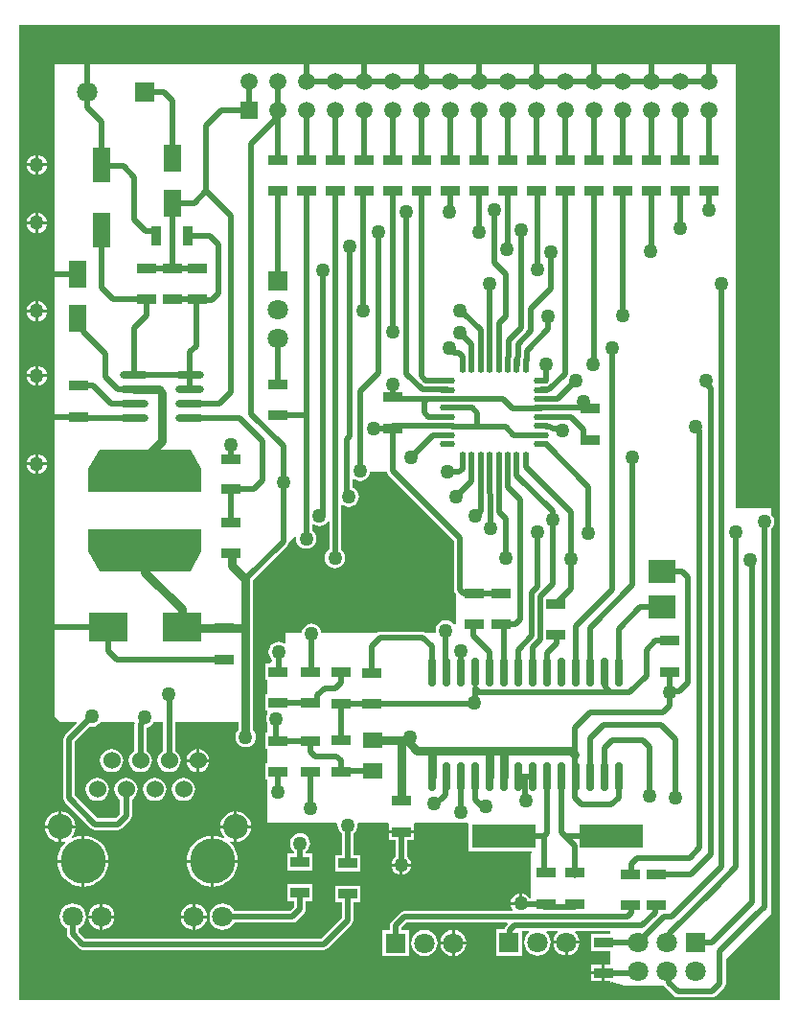
<source format=gtl>
G04*
G04 #@! TF.GenerationSoftware,Altium Limited,Altium Designer,19.0.9 (268)*
G04*
G04 Layer_Physical_Order=1*
G04 Layer_Color=255*
%FSLAX25Y25*%
%MOIN*%
G70*
G01*
G75*
%ADD32R,0.06693X0.03740*%
%ADD33O,0.02756X0.10236*%
%ADD34O,0.09843X0.02756*%
%ADD35O,0.05315X0.02165*%
%ADD36O,0.02165X0.05315*%
%ADD37R,0.06102X0.09252*%
%ADD38R,0.06299X0.12402*%
%ADD39R,0.03740X0.06693*%
%ADD40R,0.05906X0.05906*%
%ADD41R,0.13780X0.09843*%
%ADD42R,0.22047X0.08268*%
%ADD43R,0.09252X0.08465*%
%ADD44R,0.07165X0.05472*%
%ADD45C,0.01968*%
%ADD46C,0.03150*%
%ADD47C,0.07087*%
%ADD48R,0.07087X0.07087*%
%ADD49C,0.05906*%
%ADD50R,0.05906X0.05906*%
%ADD51R,0.07087X0.07087*%
%ADD52C,0.15748*%
%ADD53C,0.08661*%
%ADD54C,0.06000*%
%ADD55C,0.05000*%
G36*
X266142Y-15354D02*
Y-340551D01*
X207087D01*
X1417Y-340551D01*
X1417Y-244058D01*
D01*
Y-15315D01*
Y-13327D01*
Y-1575D01*
X266142D01*
Y-15354D01*
D02*
G37*
%LPC*%
G36*
X8098Y-46890D02*
Y-49854D01*
X11063D01*
X11008Y-49441D01*
X10656Y-48589D01*
X10095Y-47858D01*
X9364Y-47297D01*
X8512Y-46944D01*
X8098Y-46890D01*
D02*
G37*
G36*
X7098D02*
X6685Y-46944D01*
X5833Y-47297D01*
X5102Y-47858D01*
X4541Y-48589D01*
X4188Y-49441D01*
X4134Y-49854D01*
X7098D01*
Y-46890D01*
D02*
G37*
G36*
X11063Y-50854D02*
X8098D01*
Y-53819D01*
X8512Y-53764D01*
X9364Y-53412D01*
X10095Y-52851D01*
X10656Y-52119D01*
X11008Y-51268D01*
X11063Y-50854D01*
D02*
G37*
G36*
X7098D02*
X4134D01*
X4188Y-51268D01*
X4541Y-52119D01*
X5102Y-52851D01*
X5833Y-53412D01*
X6685Y-53764D01*
X7098Y-53819D01*
Y-50854D01*
D02*
G37*
G36*
X8098Y-67008D02*
Y-69972D01*
X11063D01*
X11008Y-69559D01*
X10656Y-68707D01*
X10095Y-67976D01*
X9364Y-67415D01*
X8512Y-67062D01*
X8098Y-67008D01*
D02*
G37*
G36*
X7098D02*
X6685Y-67062D01*
X5833Y-67415D01*
X5102Y-67976D01*
X4541Y-68707D01*
X4188Y-69559D01*
X4134Y-69972D01*
X7098D01*
Y-67008D01*
D02*
G37*
G36*
X11063Y-70972D02*
X8098D01*
Y-73937D01*
X8512Y-73882D01*
X9364Y-73530D01*
X10095Y-72969D01*
X10656Y-72237D01*
X11008Y-71386D01*
X11063Y-70972D01*
D02*
G37*
G36*
X7098D02*
X4134D01*
X4188Y-71386D01*
X4541Y-72237D01*
X5102Y-72969D01*
X5833Y-73530D01*
X6685Y-73882D01*
X7098Y-73937D01*
Y-70972D01*
D02*
G37*
G36*
X8098Y-97717D02*
Y-100681D01*
X11063D01*
X11008Y-100267D01*
X10656Y-99416D01*
X10095Y-98685D01*
X9364Y-98124D01*
X8512Y-97771D01*
X8098Y-97717D01*
D02*
G37*
G36*
X7098D02*
X6685Y-97771D01*
X5833Y-98124D01*
X5102Y-98685D01*
X4541Y-99416D01*
X4188Y-100267D01*
X4134Y-100681D01*
X7098D01*
Y-97717D01*
D02*
G37*
G36*
X11063Y-101681D02*
X8098D01*
Y-104645D01*
X8512Y-104591D01*
X9364Y-104238D01*
X10095Y-103677D01*
X10656Y-102946D01*
X11008Y-102095D01*
X11063Y-101681D01*
D02*
G37*
G36*
X7098D02*
X4134D01*
X4188Y-102095D01*
X4541Y-102946D01*
X5102Y-103677D01*
X5833Y-104238D01*
X6685Y-104591D01*
X7098Y-104645D01*
Y-101681D01*
D02*
G37*
G36*
X8098Y-120158D02*
Y-123122D01*
X11063D01*
X11008Y-122708D01*
X10656Y-121857D01*
X10095Y-121126D01*
X9364Y-120565D01*
X8512Y-120212D01*
X8098Y-120158D01*
D02*
G37*
G36*
X7098D02*
X6685Y-120212D01*
X5833Y-120565D01*
X5102Y-121126D01*
X4541Y-121857D01*
X4188Y-122708D01*
X4134Y-123122D01*
X7098D01*
Y-120158D01*
D02*
G37*
G36*
X11063Y-124122D02*
X8098D01*
Y-127086D01*
X8512Y-127032D01*
X9364Y-126679D01*
X10095Y-126118D01*
X10656Y-125387D01*
X11008Y-124536D01*
X11063Y-124122D01*
D02*
G37*
G36*
X7098D02*
X4134D01*
X4188Y-124536D01*
X4541Y-125387D01*
X5102Y-126118D01*
X5833Y-126679D01*
X6685Y-127032D01*
X7098Y-127086D01*
Y-124122D01*
D02*
G37*
G36*
X8098Y-150866D02*
Y-153831D01*
X11063D01*
X11008Y-153417D01*
X10656Y-152566D01*
X10095Y-151835D01*
X9364Y-151274D01*
X8512Y-150921D01*
X8098Y-150866D01*
D02*
G37*
G36*
X7098D02*
X6685Y-150921D01*
X5833Y-151274D01*
X5102Y-151835D01*
X4541Y-152566D01*
X4188Y-153417D01*
X4134Y-153831D01*
X7098D01*
Y-150866D01*
D02*
G37*
G36*
X11063Y-154831D02*
X8098D01*
Y-157795D01*
X8512Y-157741D01*
X9364Y-157388D01*
X10095Y-156827D01*
X10656Y-156096D01*
X11008Y-155245D01*
X11063Y-154831D01*
D02*
G37*
G36*
X7098D02*
X4134D01*
X4188Y-155245D01*
X4541Y-156096D01*
X5102Y-156827D01*
X5833Y-157388D01*
X6685Y-157741D01*
X7098Y-157795D01*
Y-154831D01*
D02*
G37*
G36*
X250787Y-15354D02*
X13780D01*
X13780Y-21654D01*
Y-242126D01*
X15680Y-244026D01*
X15680D01*
X15680D01*
X21357D01*
X21548Y-244488D01*
X17467Y-248569D01*
X17029Y-249226D01*
X16874Y-250000D01*
Y-270472D01*
X17029Y-271247D01*
X17467Y-271903D01*
X26522Y-280958D01*
X27179Y-281397D01*
X27953Y-281551D01*
X35827D01*
X36601Y-281397D01*
X37257Y-280958D01*
X40072Y-278143D01*
X40511Y-277487D01*
X40665Y-276712D01*
Y-270931D01*
X41495Y-270294D01*
X42136Y-269458D01*
X42539Y-268485D01*
X42676Y-267441D01*
X42539Y-266397D01*
X42136Y-265424D01*
X41495Y-264588D01*
X40659Y-263947D01*
X39686Y-263544D01*
X38642Y-263406D01*
X37598Y-263544D01*
X36625Y-263947D01*
X35789Y-264588D01*
X35148Y-265424D01*
X34745Y-266397D01*
X34607Y-267441D01*
X34745Y-268485D01*
X35148Y-269458D01*
X35789Y-270294D01*
X36619Y-270931D01*
Y-275874D01*
X34989Y-277504D01*
X28791D01*
X20921Y-269634D01*
Y-250838D01*
X26180Y-245578D01*
X26772Y-245656D01*
X27685Y-245536D01*
X28537Y-245183D01*
X29268Y-244622D01*
X29725Y-244026D01*
X41358D01*
X41675Y-244413D01*
X41619Y-244698D01*
Y-253952D01*
X40789Y-254588D01*
X40148Y-255424D01*
X39745Y-256397D01*
X39607Y-257441D01*
X39745Y-258485D01*
X40148Y-259458D01*
X40789Y-260294D01*
X41625Y-260935D01*
X42598Y-261338D01*
X43642Y-261475D01*
X44686Y-261338D01*
X45659Y-260935D01*
X46495Y-260294D01*
X47136Y-259458D01*
X47539Y-258485D01*
X47676Y-257441D01*
X47539Y-256397D01*
X47136Y-255424D01*
X46495Y-254588D01*
X45665Y-253952D01*
Y-245962D01*
X45914Y-245930D01*
X46765Y-245577D01*
X47496Y-245016D01*
X48057Y-244285D01*
X48164Y-244026D01*
X51619D01*
Y-253952D01*
X50789Y-254588D01*
X50148Y-255424D01*
X49745Y-256397D01*
X49607Y-257441D01*
X49745Y-258485D01*
X50148Y-259458D01*
X50789Y-260294D01*
X51625Y-260935D01*
X52598Y-261338D01*
X53642Y-261475D01*
X54686Y-261338D01*
X55659Y-260935D01*
X56495Y-260294D01*
X57136Y-259458D01*
X57539Y-258485D01*
X57676Y-257441D01*
X57539Y-256397D01*
X57136Y-255424D01*
X56495Y-254588D01*
X55665Y-253952D01*
Y-244026D01*
X77659D01*
Y-246848D01*
X77199Y-247447D01*
X76846Y-248299D01*
X76726Y-249213D01*
X76846Y-250126D01*
X77199Y-250978D01*
X77760Y-251709D01*
X78491Y-252270D01*
X79342Y-252623D01*
X80256Y-252743D01*
X81170Y-252623D01*
X82021Y-252270D01*
X82752Y-251709D01*
X83313Y-250978D01*
X83666Y-250126D01*
X83786Y-249213D01*
X83666Y-248299D01*
X83313Y-247447D01*
X82853Y-246848D01*
Y-211417D01*
Y-194693D01*
X94738Y-182808D01*
X95176Y-182152D01*
X95314Y-181457D01*
X97387Y-179385D01*
X97861Y-179618D01*
X97769Y-180315D01*
X97889Y-181229D01*
X98242Y-182080D01*
X98803Y-182811D01*
X99534Y-183372D01*
X100385Y-183725D01*
X101299Y-183845D01*
X102213Y-183725D01*
X103064Y-183372D01*
X103795Y-182811D01*
X104356Y-182080D01*
X104709Y-181229D01*
X104829Y-180315D01*
X104709Y-179401D01*
X104356Y-178550D01*
X103795Y-177819D01*
X103322Y-177456D01*
Y-175501D01*
X103822Y-175254D01*
X104140Y-175498D01*
X104992Y-175851D01*
X105906Y-175971D01*
X106819Y-175851D01*
X107671Y-175498D01*
X108402Y-174937D01*
X108963Y-174206D01*
X109048Y-174001D01*
X109548Y-174101D01*
Y-183945D01*
X109534Y-183951D01*
X108803Y-184512D01*
X108242Y-185243D01*
X107889Y-186094D01*
X107769Y-187008D01*
X107889Y-187922D01*
X108242Y-188773D01*
X108803Y-189504D01*
X109534Y-190065D01*
X110386Y-190418D01*
X111299Y-190538D01*
X112213Y-190418D01*
X113064Y-190065D01*
X113795Y-189504D01*
X114356Y-188773D01*
X114709Y-187922D01*
X114829Y-187008D01*
X114709Y-186094D01*
X114356Y-185243D01*
X113795Y-184512D01*
X113594Y-184357D01*
Y-168835D01*
X114094Y-168588D01*
X114377Y-168805D01*
X115228Y-169158D01*
X116142Y-169278D01*
X117055Y-169158D01*
X117907Y-168805D01*
X118638Y-168244D01*
X119199Y-167513D01*
X119552Y-166662D01*
X119672Y-165748D01*
X119552Y-164834D01*
X119199Y-163983D01*
X118638Y-163252D01*
X117907Y-162691D01*
X117618Y-162571D01*
Y-159781D01*
X118066Y-159560D01*
X118314Y-159750D01*
X119165Y-160103D01*
X120079Y-160223D01*
X120992Y-160103D01*
X121844Y-159750D01*
X122575Y-159189D01*
X123136Y-158458D01*
X123489Y-157607D01*
X123557Y-157087D01*
X129354D01*
X129430Y-157467D01*
X129869Y-158123D01*
X152701Y-180956D01*
Y-198031D01*
X152855Y-198806D01*
X153294Y-199462D01*
X153353Y-199521D01*
Y-210000D01*
X152885Y-210309D01*
X152788Y-210285D01*
X152346Y-209708D01*
X151614Y-209148D01*
X150763Y-208795D01*
X149849Y-208675D01*
X148936Y-208795D01*
X148084Y-209148D01*
X147353Y-209708D01*
X146792Y-210440D01*
X146439Y-211291D01*
X146319Y-212205D01*
X146373Y-212616D01*
X146044Y-212992D01*
X142947D01*
X142507Y-212698D01*
X141732Y-212544D01*
X127165D01*
X126391Y-212698D01*
X125951Y-212992D01*
X106628D01*
X106560Y-212472D01*
X106207Y-211621D01*
X105646Y-210890D01*
X104915Y-210329D01*
X104063Y-209976D01*
X103150Y-209856D01*
X102236Y-209976D01*
X101384Y-210329D01*
X100653Y-210890D01*
X100092Y-211621D01*
X99740Y-212472D01*
X99671Y-212992D01*
X94095D01*
Y-216521D01*
X93646Y-216742D01*
X93497Y-216628D01*
X92646Y-216275D01*
X91732Y-216155D01*
X90819Y-216275D01*
X89967Y-216628D01*
X89236Y-217189D01*
X88675Y-217920D01*
X88322Y-218771D01*
X88202Y-219685D01*
X88322Y-220599D01*
X88675Y-221450D01*
X89236Y-222181D01*
X89381Y-222292D01*
X89413Y-222791D01*
X88500Y-223705D01*
X86992D01*
Y-229445D01*
X87795D01*
Y-234335D01*
X86992D01*
Y-240075D01*
X87795D01*
Y-241370D01*
X87535Y-241999D01*
X87414Y-242913D01*
X87535Y-243827D01*
X87795Y-244456D01*
Y-247721D01*
X86992D01*
Y-253461D01*
X87795D01*
Y-258350D01*
X86992D01*
Y-264090D01*
X87795D01*
Y-268301D01*
X87769Y-268504D01*
X87795Y-268707D01*
Y-279134D01*
X111942D01*
X112272Y-279510D01*
X112218Y-279921D01*
X112338Y-280835D01*
X112691Y-281686D01*
X113252Y-282417D01*
X113725Y-282781D01*
Y-290240D01*
X111401D01*
Y-295980D01*
X120095D01*
Y-290240D01*
X117771D01*
Y-282781D01*
X118244Y-282417D01*
X118805Y-281686D01*
X119158Y-280835D01*
X119278Y-279921D01*
X119224Y-279510D01*
X119554Y-279134D01*
X129718D01*
X130102Y-279413D01*
X130102Y-279634D01*
Y-281783D01*
X134449D01*
X138795D01*
Y-279634D01*
X138795Y-279413D01*
X139180Y-279134D01*
X157480D01*
X157874Y-279528D01*
Y-288976D01*
X158055D01*
Y-288992D01*
X179646D01*
X179837Y-289454D01*
X179528Y-289764D01*
Y-305170D01*
X179077Y-305308D01*
X179028Y-305303D01*
X178481Y-304590D01*
X177749Y-304029D01*
X176898Y-303677D01*
X176484Y-303622D01*
Y-307087D01*
X175984D01*
Y-307587D01*
X172520D01*
X172574Y-308000D01*
X172927Y-308852D01*
X173262Y-309288D01*
X173015Y-309788D01*
X135433D01*
X134659Y-309942D01*
X134002Y-310380D01*
X131049Y-313333D01*
X130611Y-313990D01*
X130457Y-314764D01*
Y-316323D01*
X127937D01*
Y-325410D01*
X137023D01*
Y-316323D01*
X134503D01*
Y-315602D01*
X136271Y-313834D01*
X171265D01*
X171457Y-314296D01*
X170857Y-314896D01*
X170857Y-314896D01*
X170857Y-314896D01*
X170661Y-315190D01*
X170418Y-315552D01*
X170418Y-315552D01*
X170418Y-315552D01*
X170344Y-315926D01*
X170304Y-316126D01*
X167307D01*
Y-325213D01*
X176393D01*
Y-316803D01*
X178648D01*
X178809Y-317276D01*
X178610Y-317429D01*
X177881Y-318378D01*
X177424Y-319484D01*
X177268Y-320670D01*
X177424Y-321856D01*
X177881Y-322961D01*
X178610Y-323910D01*
X179559Y-324638D01*
X180664Y-325096D01*
X181850Y-325252D01*
X183036Y-325096D01*
X184141Y-324638D01*
X185090Y-323910D01*
X185819Y-322961D01*
X186276Y-321856D01*
X186433Y-320670D01*
X186276Y-319484D01*
X185819Y-318378D01*
X185090Y-317429D01*
X184891Y-317276D01*
X185052Y-316803D01*
X188648D01*
X188809Y-317276D01*
X188610Y-317429D01*
X187882Y-318378D01*
X187424Y-319483D01*
X187334Y-320169D01*
X196367D01*
X196277Y-319483D01*
X195819Y-318378D01*
X195091Y-317429D01*
X194892Y-317276D01*
X195052Y-316803D01*
X207087D01*
Y-317799D01*
X200378D01*
Y-323539D01*
X207087D01*
Y-328429D01*
X205224D01*
Y-331299D01*
Y-334169D01*
X207087D01*
Y-334594D01*
X207491Y-334300D01*
X212205Y-335827D01*
X225962D01*
X226128Y-336076D01*
X226129Y-336076D01*
X229306Y-339254D01*
X229962Y-339692D01*
X230737Y-339846D01*
X242492D01*
X243266Y-339692D01*
X243922Y-339254D01*
X246706Y-336470D01*
X247136Y-335827D01*
X247244D01*
Y-335314D01*
X247299Y-335039D01*
Y-326323D01*
X262992Y-310630D01*
Y-177008D01*
X263126Y-176906D01*
X263687Y-176174D01*
X264040Y-175323D01*
X264160Y-174409D01*
X264040Y-173496D01*
X263687Y-172644D01*
X263126Y-171913D01*
X262992Y-171810D01*
Y-169685D01*
X250787D01*
Y-15354D01*
D02*
G37*
G36*
X64142Y-253472D02*
Y-256941D01*
X67611D01*
X67539Y-256397D01*
X67136Y-255424D01*
X66495Y-254588D01*
X65659Y-253947D01*
X64686Y-253544D01*
X64142Y-253472D01*
D02*
G37*
G36*
X63142D02*
X62598Y-253544D01*
X61624Y-253947D01*
X60789Y-254588D01*
X60148Y-255424D01*
X59745Y-256397D01*
X59673Y-256941D01*
X63142D01*
Y-253472D01*
D02*
G37*
G36*
X67611Y-257941D02*
X64142D01*
Y-261410D01*
X64686Y-261338D01*
X65659Y-260935D01*
X66495Y-260294D01*
X67136Y-259458D01*
X67539Y-258485D01*
X67611Y-257941D01*
D02*
G37*
G36*
X63142D02*
X59673D01*
X59745Y-258485D01*
X60148Y-259458D01*
X60789Y-260294D01*
X61624Y-260935D01*
X62598Y-261338D01*
X63142Y-261410D01*
Y-257941D01*
D02*
G37*
G36*
X33642Y-253407D02*
X32598Y-253544D01*
X31624Y-253947D01*
X30789Y-254588D01*
X30148Y-255424D01*
X29745Y-256397D01*
X29607Y-257441D01*
X29745Y-258485D01*
X30148Y-259458D01*
X30789Y-260294D01*
X31624Y-260935D01*
X32598Y-261338D01*
X33642Y-261475D01*
X34686Y-261338D01*
X35659Y-260935D01*
X36495Y-260294D01*
X37136Y-259458D01*
X37539Y-258485D01*
X37676Y-257441D01*
X37539Y-256397D01*
X37136Y-255424D01*
X36495Y-254588D01*
X35659Y-253947D01*
X34686Y-253544D01*
X33642Y-253407D01*
D02*
G37*
G36*
X58642Y-263406D02*
X57598Y-263544D01*
X56625Y-263947D01*
X55789Y-264588D01*
X55148Y-265424D01*
X54745Y-266397D01*
X54607Y-267441D01*
X54745Y-268485D01*
X55148Y-269458D01*
X55789Y-270294D01*
X56625Y-270935D01*
X57598Y-271338D01*
X58642Y-271476D01*
X59686Y-271338D01*
X60659Y-270935D01*
X61495Y-270294D01*
X62136Y-269458D01*
X62539Y-268485D01*
X62676Y-267441D01*
X62539Y-266397D01*
X62136Y-265424D01*
X61495Y-264588D01*
X60659Y-263947D01*
X59686Y-263544D01*
X58642Y-263406D01*
D02*
G37*
G36*
X48642D02*
X47598Y-263544D01*
X46624Y-263947D01*
X45789Y-264588D01*
X45148Y-265424D01*
X44745Y-266397D01*
X44607Y-267441D01*
X44745Y-268485D01*
X45148Y-269458D01*
X45789Y-270294D01*
X46624Y-270935D01*
X47598Y-271338D01*
X48642Y-271476D01*
X49686Y-271338D01*
X50659Y-270935D01*
X51495Y-270294D01*
X52136Y-269458D01*
X52539Y-268485D01*
X52676Y-267441D01*
X52539Y-266397D01*
X52136Y-265424D01*
X51495Y-264588D01*
X50659Y-263947D01*
X49686Y-263544D01*
X48642Y-263406D01*
D02*
G37*
G36*
X28642D02*
X27598Y-263544D01*
X26625Y-263947D01*
X25789Y-264588D01*
X25148Y-265424D01*
X24745Y-266397D01*
X24607Y-267441D01*
X24745Y-268485D01*
X25148Y-269458D01*
X25789Y-270294D01*
X26625Y-270935D01*
X27598Y-271338D01*
X28642Y-271476D01*
X29686Y-271338D01*
X30659Y-270935D01*
X31495Y-270294D01*
X32136Y-269458D01*
X32539Y-268485D01*
X32676Y-267441D01*
X32539Y-266397D01*
X32136Y-265424D01*
X31495Y-264588D01*
X30659Y-263947D01*
X29686Y-263544D01*
X28642Y-263406D01*
D02*
G37*
G36*
X16169Y-275122D02*
Y-279933D01*
X20980D01*
X20863Y-279042D01*
X20326Y-277745D01*
X19471Y-276631D01*
X18358Y-275777D01*
X17061Y-275240D01*
X16169Y-275122D01*
D02*
G37*
G36*
X77272D02*
Y-279933D01*
X82083D01*
X81965Y-279042D01*
X81428Y-277745D01*
X80574Y-276631D01*
X79460Y-275777D01*
X78163Y-275240D01*
X77272Y-275122D01*
D02*
G37*
G36*
X15169D02*
X14278Y-275240D01*
X12981Y-275777D01*
X11868Y-276631D01*
X11013Y-277745D01*
X10476Y-279042D01*
X10358Y-279933D01*
X15169D01*
Y-275122D01*
D02*
G37*
G36*
X76272D02*
X75380Y-275240D01*
X74083Y-275777D01*
X72970Y-276631D01*
X72115Y-277745D01*
X71578Y-279042D01*
X71461Y-279933D01*
X76272D01*
Y-275122D01*
D02*
G37*
G36*
Y-280933D02*
X71461D01*
X71578Y-281825D01*
X72115Y-283122D01*
X72813Y-284031D01*
X72482Y-284421D01*
X72074Y-284203D01*
X70401Y-283695D01*
X69162Y-283573D01*
Y-291941D01*
X77529D01*
X77407Y-290701D01*
X76900Y-289029D01*
X76076Y-287487D01*
X74967Y-286136D01*
X74625Y-285855D01*
X74884Y-285421D01*
X75380Y-285627D01*
X76272Y-285744D01*
Y-280933D01*
D02*
G37*
G36*
X82083D02*
X77272D01*
Y-285744D01*
X78163Y-285627D01*
X79460Y-285090D01*
X80574Y-284235D01*
X81428Y-283122D01*
X81965Y-281825D01*
X82083Y-280933D01*
D02*
G37*
G36*
X15169D02*
X10358D01*
X10476Y-281825D01*
X11013Y-283122D01*
X11868Y-284235D01*
X12981Y-285090D01*
X14278Y-285627D01*
X15169Y-285744D01*
Y-280933D01*
D02*
G37*
G36*
X24162Y-283573D02*
Y-291941D01*
X32529D01*
X32407Y-290701D01*
X31900Y-289029D01*
X31076Y-287487D01*
X29967Y-286136D01*
X28616Y-285027D01*
X27074Y-284203D01*
X25401Y-283695D01*
X24162Y-283573D01*
D02*
G37*
G36*
X68162D02*
X66922Y-283695D01*
X65249Y-284203D01*
X63708Y-285027D01*
X62356Y-286136D01*
X61247Y-287487D01*
X60423Y-289029D01*
X59916Y-290701D01*
X59794Y-291941D01*
X68162D01*
Y-283573D01*
D02*
G37*
G36*
X20980Y-280933D02*
X16169D01*
Y-285744D01*
X17061Y-285627D01*
X17318Y-285520D01*
X17578Y-285954D01*
X17356Y-286136D01*
X16247Y-287487D01*
X15423Y-289029D01*
X14916Y-290701D01*
X14794Y-291941D01*
X23162D01*
Y-283573D01*
X21922Y-283695D01*
X20249Y-284203D01*
X20041Y-284314D01*
X19710Y-283924D01*
X20326Y-283122D01*
X20863Y-281825D01*
X20980Y-280933D01*
D02*
G37*
G36*
X138795Y-282783D02*
X134449D01*
X130102D01*
Y-285154D01*
X132426D01*
Y-290842D01*
X131953Y-291205D01*
X131392Y-291936D01*
X131039Y-292787D01*
X130984Y-293201D01*
X137913D01*
X137859Y-292787D01*
X137506Y-291936D01*
X136945Y-291205D01*
X136472Y-290842D01*
Y-285154D01*
X138795D01*
Y-282783D01*
D02*
G37*
G36*
X99213Y-282690D02*
X98299Y-282811D01*
X97448Y-283163D01*
X96716Y-283724D01*
X96155Y-284455D01*
X95803Y-285307D01*
X95682Y-286221D01*
X95803Y-287134D01*
X96155Y-287986D01*
X96716Y-288717D01*
X97189Y-289080D01*
Y-289846D01*
X94866D01*
Y-295587D01*
X103559D01*
Y-289846D01*
X101236D01*
Y-289080D01*
X101709Y-288717D01*
X102270Y-287986D01*
X102622Y-287134D01*
X102743Y-286221D01*
X102622Y-285307D01*
X102270Y-284455D01*
X101709Y-283724D01*
X100978Y-283163D01*
X100126Y-282811D01*
X99213Y-282690D01*
D02*
G37*
G36*
X137913Y-294201D02*
X134949D01*
Y-297165D01*
X135363Y-297111D01*
X136214Y-296758D01*
X136945Y-296197D01*
X137506Y-295466D01*
X137859Y-294615D01*
X137913Y-294201D01*
D02*
G37*
G36*
X133949D02*
X130984D01*
X131039Y-294615D01*
X131392Y-295466D01*
X131953Y-296197D01*
X132684Y-296758D01*
X133535Y-297111D01*
X133949Y-297165D01*
Y-294201D01*
D02*
G37*
G36*
X77529Y-292941D02*
X69162D01*
Y-301309D01*
X70401Y-301187D01*
X72074Y-300679D01*
X73616Y-299855D01*
X74967Y-298746D01*
X76076Y-297395D01*
X76900Y-295853D01*
X77407Y-294181D01*
X77529Y-292941D01*
D02*
G37*
G36*
X32529D02*
X24162D01*
Y-301309D01*
X25401Y-301187D01*
X27074Y-300679D01*
X28616Y-299855D01*
X29967Y-298746D01*
X31076Y-297395D01*
X31900Y-295853D01*
X32407Y-294181D01*
X32529Y-292941D01*
D02*
G37*
G36*
X68162D02*
X59794D01*
X59916Y-294181D01*
X60423Y-295853D01*
X61247Y-297395D01*
X62356Y-298746D01*
X63708Y-299855D01*
X65249Y-300679D01*
X66922Y-301187D01*
X68162Y-301309D01*
Y-292941D01*
D02*
G37*
G36*
X23162D02*
X14794D01*
X14916Y-294181D01*
X15423Y-295853D01*
X16247Y-297395D01*
X17356Y-298746D01*
X18708Y-299855D01*
X20249Y-300679D01*
X21922Y-301187D01*
X23162Y-301309D01*
Y-292941D01*
D02*
G37*
G36*
X175484Y-303622D02*
X175071Y-303677D01*
X174219Y-304029D01*
X173488Y-304590D01*
X172927Y-305322D01*
X172574Y-306173D01*
X172520Y-306587D01*
X175484D01*
Y-303622D01*
D02*
G37*
G36*
X103559Y-300476D02*
X94866D01*
Y-306217D01*
X97189D01*
Y-308217D01*
X95697Y-309709D01*
X76324D01*
X76213Y-309441D01*
X75485Y-308492D01*
X74536Y-307764D01*
X73430Y-307306D01*
X72244Y-307150D01*
X71058Y-307306D01*
X69953Y-307764D01*
X69004Y-308492D01*
X68276Y-309441D01*
X67818Y-310546D01*
X67662Y-311732D01*
X67818Y-312918D01*
X68276Y-314024D01*
X69004Y-314973D01*
X69953Y-315701D01*
X71058Y-316159D01*
X72244Y-316315D01*
X73430Y-316159D01*
X74536Y-315701D01*
X75485Y-314973D01*
X76213Y-314024D01*
X76324Y-313755D01*
X96535D01*
X97310Y-313601D01*
X97966Y-313163D01*
X100643Y-310486D01*
X101082Y-309829D01*
X101236Y-309055D01*
Y-306217D01*
X103559D01*
Y-300476D01*
D02*
G37*
G36*
X62744Y-307216D02*
Y-311232D01*
X66761D01*
X66671Y-310546D01*
X66213Y-309441D01*
X65484Y-308492D01*
X64535Y-307764D01*
X63430Y-307306D01*
X62744Y-307216D01*
D02*
G37*
G36*
X30579D02*
Y-311232D01*
X34596D01*
X34505Y-310546D01*
X34048Y-309441D01*
X33319Y-308492D01*
X32370Y-307764D01*
X31265Y-307306D01*
X30579Y-307216D01*
D02*
G37*
G36*
X61744D02*
X61058Y-307306D01*
X59953Y-307764D01*
X59004Y-308492D01*
X58276Y-309441D01*
X57818Y-310546D01*
X57727Y-311232D01*
X61744D01*
Y-307216D01*
D02*
G37*
G36*
X29579D02*
X28893Y-307306D01*
X27788Y-307764D01*
X26839Y-308492D01*
X26110Y-309441D01*
X25653Y-310546D01*
X25562Y-311232D01*
X29579D01*
Y-307216D01*
D02*
G37*
G36*
X66761Y-312232D02*
X62744D01*
Y-316249D01*
X63430Y-316159D01*
X64535Y-315701D01*
X65484Y-314973D01*
X66213Y-314024D01*
X66671Y-312918D01*
X66761Y-312232D01*
D02*
G37*
G36*
X34596D02*
X30579D01*
Y-316249D01*
X31265Y-316159D01*
X32370Y-315701D01*
X33319Y-314973D01*
X34048Y-314024D01*
X34505Y-312918D01*
X34596Y-312232D01*
D02*
G37*
G36*
X61744D02*
X57727D01*
X57818Y-312918D01*
X58276Y-314024D01*
X59004Y-314973D01*
X59953Y-315701D01*
X61058Y-316159D01*
X61744Y-316249D01*
Y-312232D01*
D02*
G37*
G36*
X29579D02*
X25562D01*
X25653Y-312918D01*
X26110Y-314024D01*
X26839Y-314973D01*
X27788Y-315701D01*
X28893Y-316159D01*
X29579Y-316249D01*
Y-312232D01*
D02*
G37*
G36*
X120095Y-300870D02*
X111401D01*
Y-306610D01*
X113725D01*
Y-312154D01*
X106642Y-319237D01*
X24460D01*
X22102Y-316879D01*
Y-315812D01*
X22370Y-315701D01*
X23319Y-314973D01*
X24048Y-314024D01*
X24505Y-312918D01*
X24661Y-311732D01*
X24505Y-310546D01*
X24048Y-309441D01*
X23319Y-308492D01*
X22370Y-307764D01*
X21265Y-307306D01*
X20079Y-307150D01*
X18893Y-307306D01*
X17788Y-307764D01*
X16839Y-308492D01*
X16110Y-309441D01*
X15653Y-310546D01*
X15496Y-311732D01*
X15653Y-312918D01*
X16110Y-314024D01*
X16839Y-314973D01*
X17788Y-315701D01*
X18056Y-315812D01*
Y-317717D01*
X18210Y-318491D01*
X18648Y-319147D01*
X22191Y-322690D01*
X22848Y-323129D01*
X23622Y-323283D01*
X107480D01*
X108255Y-323129D01*
X108911Y-322690D01*
X117179Y-314423D01*
X117617Y-313766D01*
X117771Y-312992D01*
Y-306610D01*
X120095D01*
Y-300870D01*
D02*
G37*
G36*
X152980Y-316350D02*
Y-320366D01*
X156997D01*
X156907Y-319680D01*
X156449Y-318575D01*
X155721Y-317626D01*
X154772Y-316898D01*
X153666Y-316440D01*
X152980Y-316350D01*
D02*
G37*
G36*
X151980D02*
X151294Y-316440D01*
X150189Y-316898D01*
X149240Y-317626D01*
X148512Y-318575D01*
X148054Y-319680D01*
X147964Y-320366D01*
X151980D01*
Y-316350D01*
D02*
G37*
G36*
X196367Y-321169D02*
X192350D01*
Y-325186D01*
X193036Y-325096D01*
X194142Y-324638D01*
X195091Y-323909D01*
X195819Y-322960D01*
X196277Y-321855D01*
X196367Y-321169D01*
D02*
G37*
G36*
X191350D02*
X187334D01*
X187424Y-321855D01*
X187882Y-322960D01*
X188610Y-323909D01*
X189559Y-324638D01*
X190664Y-325096D01*
X191350Y-325186D01*
Y-321169D01*
D02*
G37*
G36*
X156997Y-321366D02*
X152980D01*
Y-325383D01*
X153666Y-325293D01*
X154772Y-324835D01*
X155721Y-324107D01*
X156449Y-323158D01*
X156907Y-322052D01*
X156997Y-321366D01*
D02*
G37*
G36*
X151980D02*
X147964D01*
X148054Y-322052D01*
X148512Y-323158D01*
X149240Y-324107D01*
X150189Y-324835D01*
X151294Y-325293D01*
X151980Y-325383D01*
Y-321366D01*
D02*
G37*
G36*
X142480Y-316284D02*
X141294Y-316440D01*
X140189Y-316898D01*
X139240Y-317626D01*
X138511Y-318575D01*
X138054Y-319680D01*
X137898Y-320866D01*
X138054Y-322052D01*
X138511Y-323158D01*
X139240Y-324107D01*
X140189Y-324835D01*
X141294Y-325293D01*
X142480Y-325449D01*
X143666Y-325293D01*
X144771Y-324835D01*
X145720Y-324107D01*
X146449Y-323158D01*
X146906Y-322052D01*
X147063Y-320866D01*
X146906Y-319680D01*
X146449Y-318575D01*
X145720Y-317626D01*
X144771Y-316898D01*
X143666Y-316440D01*
X142480Y-316284D01*
D02*
G37*
G36*
X204224Y-328429D02*
X200378D01*
Y-330799D01*
X204224D01*
Y-328429D01*
D02*
G37*
G36*
Y-331799D02*
X200378D01*
Y-334169D01*
X204224D01*
Y-331799D01*
D02*
G37*
%LPD*%
G36*
X64961Y-156102D02*
Y-163976D01*
X25591D01*
X25591Y-156102D01*
X29528Y-149409D01*
X61024D01*
X64961Y-156102D01*
D02*
G37*
G36*
X64961Y-184843D02*
X61024Y-191535D01*
X29528D01*
X25591Y-184843D01*
Y-176969D01*
X64961D01*
X64961Y-184843D01*
D02*
G37*
D32*
X204724Y-331299D02*
D03*
Y-320669D02*
D03*
X63496Y-97087D02*
D03*
Y-86457D02*
D03*
X54736Y-96988D02*
D03*
Y-86358D02*
D03*
X45878Y-97087D02*
D03*
Y-86457D02*
D03*
X75197Y-174606D02*
D03*
Y-185236D02*
D03*
Y-163189D02*
D03*
Y-152559D02*
D03*
X72835Y-211417D02*
D03*
Y-222441D02*
D03*
X22047Y-127165D02*
D03*
Y-138189D02*
D03*
X214173Y-297047D02*
D03*
Y-307677D02*
D03*
X223228Y-297047D02*
D03*
Y-307677D02*
D03*
X91299Y-59252D02*
D03*
Y-48622D02*
D03*
X101299Y-59252D02*
D03*
Y-48622D02*
D03*
X111299Y-59252D02*
D03*
Y-48622D02*
D03*
X121299Y-59252D02*
D03*
Y-48622D02*
D03*
X131299Y-59252D02*
D03*
Y-48622D02*
D03*
X141299Y-59252D02*
D03*
Y-48622D02*
D03*
X200000Y-146063D02*
D03*
Y-135039D02*
D03*
X131299Y-142126D02*
D03*
Y-131102D02*
D03*
X151299Y-59252D02*
D03*
Y-48622D02*
D03*
X161299Y-59252D02*
D03*
Y-48622D02*
D03*
X171299Y-59252D02*
D03*
Y-48622D02*
D03*
X181299Y-59252D02*
D03*
Y-48622D02*
D03*
X191299Y-59252D02*
D03*
Y-48622D02*
D03*
X201299Y-59252D02*
D03*
Y-48622D02*
D03*
X211299Y-59252D02*
D03*
Y-48622D02*
D03*
X221299Y-59252D02*
D03*
Y-48622D02*
D03*
X227756Y-226772D02*
D03*
Y-215748D02*
D03*
X231299Y-59252D02*
D03*
Y-48622D02*
D03*
X241299Y-59252D02*
D03*
Y-48622D02*
D03*
X91339Y-137205D02*
D03*
Y-126575D02*
D03*
Y-226575D02*
D03*
Y-237205D02*
D03*
X113386Y-237795D02*
D03*
Y-226772D02*
D03*
X102756Y-226575D02*
D03*
Y-237205D02*
D03*
X169291Y-199409D02*
D03*
Y-210039D02*
D03*
X91339Y-261220D02*
D03*
Y-250591D02*
D03*
X113386Y-250394D02*
D03*
Y-261417D02*
D03*
X188189Y-202953D02*
D03*
Y-213583D02*
D03*
X102756Y-261220D02*
D03*
Y-250591D02*
D03*
X184646Y-307480D02*
D03*
Y-296457D02*
D03*
X99213Y-303346D02*
D03*
Y-292717D02*
D03*
X115748Y-303740D02*
D03*
Y-293110D02*
D03*
X124016Y-237598D02*
D03*
Y-226968D02*
D03*
X194685Y-307480D02*
D03*
Y-296457D02*
D03*
X159843Y-199409D02*
D03*
Y-210039D02*
D03*
X134449Y-271260D02*
D03*
Y-282283D02*
D03*
D33*
X145000Y-262862D02*
D03*
X150000D02*
D03*
X155000D02*
D03*
X160000D02*
D03*
X165000D02*
D03*
X170000D02*
D03*
X175000D02*
D03*
X180000D02*
D03*
X185000D02*
D03*
X190000D02*
D03*
X195000D02*
D03*
X200000D02*
D03*
X205000D02*
D03*
X210000D02*
D03*
X145000Y-226642D02*
D03*
X150000D02*
D03*
X155000D02*
D03*
X160000D02*
D03*
X165000D02*
D03*
X170000D02*
D03*
X175000D02*
D03*
X180000D02*
D03*
X185000D02*
D03*
X190000D02*
D03*
X195000D02*
D03*
X200000D02*
D03*
X205000D02*
D03*
X210000D02*
D03*
D34*
X60906Y-138406D02*
D03*
Y-133406D02*
D03*
Y-128406D02*
D03*
Y-123406D02*
D03*
X41614Y-138406D02*
D03*
Y-133406D02*
D03*
Y-128406D02*
D03*
Y-123406D02*
D03*
D35*
X150394Y-125394D02*
D03*
Y-128543D02*
D03*
Y-131693D02*
D03*
Y-134843D02*
D03*
Y-137992D02*
D03*
Y-141142D02*
D03*
Y-144291D02*
D03*
Y-147441D02*
D03*
X183071D02*
D03*
Y-144291D02*
D03*
Y-141142D02*
D03*
Y-137992D02*
D03*
Y-134843D02*
D03*
Y-131693D02*
D03*
Y-128543D02*
D03*
Y-125394D02*
D03*
D36*
X155709Y-152756D02*
D03*
X158858D02*
D03*
X162008D02*
D03*
X165157D02*
D03*
X168307D02*
D03*
X171457D02*
D03*
X174606D02*
D03*
X177756D02*
D03*
Y-120079D02*
D03*
X174606D02*
D03*
X171457D02*
D03*
X168307D02*
D03*
X165157D02*
D03*
X162008D02*
D03*
X158858D02*
D03*
X155709D02*
D03*
D37*
X54843Y-63642D02*
D03*
Y-48091D02*
D03*
X21654Y-88287D02*
D03*
Y-103839D02*
D03*
D38*
X30079Y-73189D02*
D03*
Y-50354D02*
D03*
D39*
X60157Y-75118D02*
D03*
X49134D02*
D03*
D40*
X45276Y-160827D02*
D03*
Y-180118D02*
D03*
D41*
X58071Y-211024D02*
D03*
X32480D02*
D03*
D42*
X170079Y-283858D02*
D03*
X207480D02*
D03*
D43*
X225197Y-204075D02*
D03*
Y-191673D02*
D03*
D44*
X124409Y-250447D02*
D03*
Y-261117D02*
D03*
D45*
X245276Y-323622D02*
X257874Y-311024D01*
X245276Y-335039D02*
Y-323622D01*
X242492Y-337823D02*
X245276Y-335039D01*
X230737Y-337823D02*
X242492D01*
X227559Y-334646D02*
X230737Y-337823D01*
X227559Y-334646D02*
X227559Y-334646D01*
X227559Y-334646D02*
Y-331299D01*
X257874Y-311024D02*
X260630Y-308268D01*
Y-174409D01*
X256298Y-187795D02*
Y-187402D01*
Y-187795D02*
X256298Y-306851D01*
X242520Y-320630D02*
X256298Y-306851D01*
X255905Y-187795D02*
X256298Y-187402D01*
X250787Y-294488D02*
Y-177953D01*
X243307Y-301968D02*
X250787Y-294488D01*
X245669Y-294488D02*
Y-91732D01*
X43642Y-244698D02*
X45000Y-243340D01*
Y-242520D01*
X43642Y-257441D02*
Y-244698D01*
X90945Y-249925D02*
Y-242913D01*
Y-249925D02*
X91081Y-250061D01*
X90945Y-250197D02*
X91081Y-250061D01*
X90945Y-250197D02*
X91339Y-250591D01*
X102756D01*
X131299Y-141142D02*
X150394D01*
X141732Y-214567D02*
X145000Y-217835D01*
X127165Y-214567D02*
X141732D01*
X124016Y-217717D02*
X127165Y-214567D01*
X124016Y-226968D02*
Y-217717D01*
X145000Y-226642D02*
Y-217835D01*
X155000Y-226642D02*
Y-219291D01*
X159449Y-214173D02*
Y-210433D01*
X159843Y-210039D01*
Y-199409D02*
X169291D01*
X156102D02*
X159843D01*
X154724Y-198031D02*
Y-180118D01*
Y-198031D02*
X156102Y-199409D01*
X149849Y-223718D02*
Y-212205D01*
X150000Y-226642D02*
X150356Y-226286D01*
X103150Y-226181D02*
Y-213386D01*
X102756Y-226575D02*
X103150Y-226181D01*
X159646Y-237598D02*
X159843Y-237402D01*
X124016Y-237598D02*
X159646D01*
X160000Y-237244D02*
Y-232294D01*
X159843Y-237402D02*
X160000Y-237244D01*
X207220Y-233744D02*
X213894D01*
X161450D02*
X207220D01*
X160000Y-232294D02*
X161450Y-233744D01*
X232224Y-191673D02*
X234252Y-193701D01*
X225197Y-191673D02*
X232224D01*
X234252Y-230315D02*
Y-193701D01*
X231119Y-233447D02*
X234252Y-230315D01*
X228167Y-233447D02*
X231119D01*
X227756Y-233858D02*
X228167Y-233447D01*
X210000Y-211653D02*
X217579Y-204075D01*
X225197D01*
X210000Y-226642D02*
Y-211653D01*
Y-226642D02*
X210151Y-226491D01*
X222835Y-215748D02*
X227756D01*
X219685Y-218898D02*
X222835Y-215748D01*
X219685Y-227953D02*
Y-218898D01*
X213894Y-233744D02*
X219685Y-227953D01*
X205000Y-231524D02*
X207220Y-233744D01*
X205000Y-231524D02*
Y-226642D01*
X82284Y-42913D02*
X90546Y-34651D01*
Y-32052D01*
X91299Y-31299D01*
X82284Y-137008D02*
Y-42913D01*
Y-137008D02*
X93307Y-148031D01*
X75197Y-152559D02*
Y-147638D01*
X93307Y-160827D02*
Y-148031D01*
X91339Y-226575D02*
X91732Y-226181D01*
Y-219685D01*
X35433Y-222441D02*
X72835D01*
X32480Y-219488D02*
X35433Y-222441D01*
X53543Y-234252D02*
X53642Y-234350D01*
Y-257441D02*
Y-234350D01*
X38642Y-276712D02*
Y-267441D01*
X35827Y-279528D02*
X38642Y-276712D01*
X27953Y-279528D02*
X35827D01*
X26772Y-242126D02*
Y-242126D01*
X18898Y-250000D02*
X26772Y-242126D01*
X18898Y-270472D02*
Y-250000D01*
Y-270472D02*
X27953Y-279528D01*
X91299Y-261260D02*
X91339Y-261220D01*
X91299Y-268504D02*
Y-261260D01*
X149849Y-269442D02*
Y-263013D01*
X148147Y-271144D02*
X149849Y-269442D01*
X147786Y-271144D02*
X148147D01*
X146490Y-272441D02*
X147786Y-271144D01*
X145669Y-272441D02*
X146490D01*
X149849Y-263013D02*
X150000Y-262862D01*
X102756Y-261221D02*
X102756Y-261220D01*
X102756Y-274016D02*
Y-261221D01*
X155000Y-275197D02*
Y-262862D01*
X162455Y-273228D02*
X163779D01*
X160151Y-270924D02*
X162455Y-273228D01*
X134449Y-293701D02*
Y-282283D01*
X183071Y-134843D02*
X198622D01*
X184055Y-308268D02*
X194685D01*
X130004Y-131776D02*
X143590D01*
X160151Y-270924D02*
Y-263013D01*
X160000Y-262862D02*
X160151Y-263013D01*
X177500Y-262862D02*
X180000D01*
X175000D02*
X177500D01*
Y-271004D02*
Y-262862D01*
Y-271004D02*
X177756Y-271260D01*
X175984Y-307087D02*
X176378Y-307480D01*
X184646D01*
X227756Y-233858D02*
Y-226772D01*
Y-238386D02*
Y-233858D01*
X238189Y-287795D02*
Y-142638D01*
X242126Y-290158D02*
Y-127953D01*
X236890Y-141339D02*
X238189Y-142638D01*
X235236Y-297047D02*
X242126Y-290158D01*
X234646Y-291339D02*
X238189Y-287795D01*
X240551Y-126378D02*
Y-125197D01*
Y-126378D02*
X242126Y-127953D01*
X194685Y-258250D02*
Y-255467D01*
Y-258250D02*
X194849Y-258415D01*
Y-262712D02*
Y-258415D01*
Y-262712D02*
X195000Y-262862D01*
X194685Y-255467D02*
Y-245866D01*
X200000Y-240551D01*
X225591D01*
X227756Y-238386D01*
X194685Y-270472D02*
Y-267474D01*
X194849Y-267310D01*
Y-263013D01*
X195000Y-262862D01*
X194685Y-270472D02*
X197047Y-272835D01*
X207480D01*
X210000Y-270315D01*
Y-262862D01*
X204724Y-244882D02*
X224803D01*
X200000Y-249606D02*
X204724Y-244882D01*
X200000Y-262862D02*
Y-249606D01*
X224803Y-244882D02*
X229921Y-250000D01*
Y-270472D02*
Y-250000D01*
X216535Y-291339D02*
X234646D01*
X223228Y-297047D02*
X235236D01*
X214567Y-296654D02*
Y-293307D01*
X216535Y-291339D01*
X214173Y-297047D02*
X214567Y-296654D01*
X99213Y-292717D02*
Y-286221D01*
X205118Y-262744D02*
Y-253150D01*
X207874Y-250394D01*
X218504D02*
X220866Y-252756D01*
X207874Y-250394D02*
X218504D01*
X220866Y-269685D02*
Y-252756D01*
X205000Y-262862D02*
X205118Y-262744D01*
X115748Y-279921D02*
X115748Y-279921D01*
X115748Y-293110D02*
Y-279921D01*
X184868Y-125118D02*
Y-119685D01*
X184592Y-125394D02*
X184868Y-125118D01*
X188873Y-131610D02*
X195286Y-125197D01*
X183071Y-125394D02*
X184592D01*
X191299Y-123077D02*
Y-59252D01*
X185871Y-128506D02*
X191299Y-123077D01*
X201181Y-119685D02*
X201299Y-119567D01*
Y-59252D01*
X177756Y-118451D02*
X177969Y-118238D01*
X177756Y-120079D02*
Y-118451D01*
X177969Y-118238D02*
Y-114945D01*
X185433Y-107480D01*
Y-103150D01*
X179528Y-108071D02*
Y-100394D01*
X175000Y-112598D02*
X179528Y-108071D01*
Y-100394D02*
X186614Y-93307D01*
X211299Y-102756D02*
Y-59252D01*
X186614Y-93307D02*
Y-80709D01*
X175000Y-116922D02*
Y-112598D01*
X174689Y-117234D02*
X175000Y-116922D01*
X174689Y-118282D02*
Y-117234D01*
X174644Y-118327D02*
X174689Y-118282D01*
X174644Y-120041D02*
Y-118327D01*
X174606Y-120079D02*
X174644Y-120041D01*
X181890Y-86614D02*
Y-60236D01*
X181102Y-59449D02*
X181299Y-59252D01*
X181102Y-59449D02*
X181890Y-60236D01*
X221260Y-80315D02*
X221299Y-80276D01*
Y-59252D01*
X171539Y-118282D02*
Y-117234D01*
X171494Y-120041D02*
Y-118327D01*
X171457Y-120079D02*
X171494Y-120041D01*
Y-118327D02*
X171539Y-118282D01*
Y-117234D02*
X171653Y-117119D01*
Y-111417D01*
X175984Y-107087D01*
Y-73189D01*
X231299Y-72441D02*
Y-59252D01*
X168307Y-120079D02*
Y-105315D01*
X170669Y-102953D01*
Y-88287D01*
X166776Y-84394D02*
X170669Y-88287D01*
X166776Y-84394D02*
Y-77670D01*
X166929Y-77517D01*
Y-66142D01*
X171260Y-79528D02*
X171413Y-79374D01*
Y-59366D01*
X171299Y-59252D02*
X171413Y-59366D01*
X241299Y-66142D02*
Y-59252D01*
X116142Y-165748D02*
X116354D01*
X116748Y-165354D01*
X115594Y-164201D02*
Y-145669D01*
X116535Y-144728D01*
Y-78740D01*
X158858Y-160433D02*
Y-152756D01*
X153543Y-165748D02*
X158858Y-160433D01*
X115594Y-164201D02*
X116748Y-165354D01*
X111571Y-186736D02*
Y-59524D01*
X111299Y-187008D02*
X111571Y-186736D01*
X111299Y-59252D02*
X111571Y-59524D01*
X121260Y-101181D02*
Y-59291D01*
X121299Y-59252D01*
X126378Y-122835D02*
Y-73622D01*
X107087Y-171260D02*
Y-87008D01*
X106299Y-172047D02*
X107087Y-171260D01*
X150356Y-157087D02*
X154528D01*
X155671Y-155943D01*
X195000Y-226642D02*
Y-210748D01*
X207874Y-197874D01*
Y-114173D01*
X151181D02*
X152756Y-115748D01*
X154555D01*
X155709Y-116901D01*
Y-120079D02*
Y-116901D01*
X214961Y-196457D02*
Y-151969D01*
X200000Y-211417D02*
X214961Y-196457D01*
X200000Y-226642D02*
Y-211417D01*
X184843Y-147441D02*
X199606Y-162205D01*
Y-178346D02*
Y-162205D01*
X183071Y-147441D02*
X184843D01*
X137795Y-151969D02*
X145472Y-144291D01*
X150394D01*
X155671Y-155943D02*
Y-152794D01*
X155709Y-152756D01*
X120079Y-156693D02*
Y-129134D01*
X126378Y-122835D01*
X124803Y-142058D02*
X131231D01*
X131299Y-142126D01*
Y-108071D02*
Y-59252D01*
X136221Y-122994D02*
Y-66535D01*
X141299Y-123779D02*
Y-59252D01*
X136221Y-122994D02*
X141714Y-128487D01*
X141299Y-123779D02*
X142913Y-125394D01*
X131299Y-108071D02*
X131496Y-108268D01*
X142913Y-125394D02*
X150394D01*
X161299Y-73504D02*
X161417Y-73622D01*
X161299Y-73504D02*
Y-59252D01*
X154724Y-101181D02*
X155118Y-101575D01*
X155905D01*
X162008Y-107677D01*
Y-120079D02*
Y-107677D01*
X158858Y-120079D02*
Y-112795D01*
X154724Y-108661D02*
X158858Y-112795D01*
X141714Y-128487D02*
X148624D01*
X148642Y-128506D01*
X150356D01*
X150394Y-128543D01*
X151181Y-66535D02*
X151299Y-66417D01*
Y-59252D01*
X197708Y-145177D02*
X198594Y-146063D01*
X189971Y-142058D02*
X190551Y-142638D01*
X186994Y-142058D02*
X189971D01*
X186160Y-141225D02*
X186994Y-142058D01*
X184868Y-141225D02*
X186160D01*
X184822Y-141180D02*
X184868Y-141225D01*
X183108Y-141180D02*
X184822D01*
X183071Y-141142D02*
X183108Y-141180D01*
X183071Y-137992D02*
X193307D01*
X197708Y-142393D01*
X198622Y-134843D02*
X198819Y-135039D01*
X183033Y-134880D02*
X183071Y-134843D01*
X184868Y-131610D02*
X188873D01*
X183108Y-128506D02*
X185871D01*
X197708Y-145177D02*
Y-142393D01*
X184822Y-131655D02*
X184868Y-131610D01*
X183259Y-131655D02*
X184822D01*
X198594Y-146063D02*
X198819D01*
X173622Y-144291D02*
X183071D01*
X183214Y-131610D02*
X183259Y-131655D01*
X238823Y-301335D02*
X245669Y-294488D01*
X238823Y-301335D02*
X238823D01*
X228346Y-311811D02*
X238823Y-301335D01*
X225709Y-311811D02*
X228346D01*
X227869Y-317406D02*
X243307Y-301968D01*
X227869Y-319650D02*
Y-317406D01*
X183071Y-128543D02*
X183108Y-128506D01*
X194685Y-297244D02*
Y-287008D01*
X93307Y-181378D02*
Y-160827D01*
X80256Y-194429D02*
X93307Y-181378D01*
X78169Y-138406D02*
X86067Y-146303D01*
Y-159996D02*
Y-146303D01*
X83071Y-162992D02*
X86067Y-159996D01*
X131299Y-131102D02*
Y-126575D01*
X101299Y-137008D02*
Y-59252D01*
Y-180315D02*
Y-137008D01*
X101102Y-137205D02*
X101299Y-137008D01*
X91339Y-137205D02*
X101102D01*
X170669Y-187008D02*
Y-173349D01*
X168307Y-170987D02*
X170669Y-173349D01*
X168307Y-170987D02*
Y-152756D01*
X175772Y-208283D02*
Y-166717D01*
X171457Y-162401D02*
X175772Y-166717D01*
X171457Y-162401D02*
Y-152756D01*
X175000Y-218898D02*
X179890Y-214008D01*
X187008Y-196111D02*
Y-173622D01*
X180000Y-218096D02*
X182858Y-215237D01*
Y-200261D02*
X187008Y-196111D01*
X182858Y-215237D02*
Y-200261D01*
X179890Y-214008D02*
Y-199031D01*
X181850Y-197071D02*
Y-177953D01*
X179890Y-199031D02*
X181850Y-197071D01*
X174606Y-158268D02*
X187008Y-170669D01*
Y-173622D02*
Y-170669D01*
X177756Y-155315D02*
X193307Y-170866D01*
X177756Y-155315D02*
Y-152756D01*
X193307Y-187402D02*
Y-170866D01*
Y-197835D02*
Y-187402D01*
X188189Y-202953D02*
X193307Y-197835D01*
X169291Y-210039D02*
X174016D01*
X175772Y-208283D01*
X180000Y-226642D02*
Y-218096D01*
X174606Y-158268D02*
Y-152756D01*
X175000Y-226642D02*
Y-218898D01*
X105906Y-172441D02*
X106299Y-172047D01*
X160236Y-172441D02*
Y-172414D01*
X162008Y-170642D01*
Y-152756D01*
X165157D02*
X165354Y-176772D01*
X131299Y-156693D02*
X154724Y-180118D01*
X165120Y-152794D02*
X165157Y-152756D01*
X165120Y-154508D02*
Y-152794D01*
X165075Y-154553D02*
X165120Y-154508D01*
X135433Y-311811D02*
X212992D01*
X214567Y-310236D01*
Y-308071D01*
X214173Y-307677D02*
X214567Y-308071D01*
X222835Y-310236D02*
Y-307677D01*
X218291Y-314780D02*
X222835Y-310236D01*
X173834Y-314780D02*
X218291D01*
X113386Y-261417D02*
X113686Y-261117D01*
X124409D01*
X60906Y-138406D02*
X78169D01*
X75394Y-162992D02*
X83071D01*
X75197Y-163189D02*
X75394Y-162992D01*
X75197Y-174606D02*
Y-163189D01*
X131299Y-156693D02*
Y-142126D01*
X159449Y-214173D02*
X165000Y-219724D01*
Y-226642D02*
Y-219724D01*
X169291Y-210039D02*
X170000Y-210748D01*
Y-226642D02*
Y-210748D01*
X188189Y-213583D02*
X188583Y-213976D01*
Y-216535D02*
Y-213976D01*
X185000Y-220118D02*
X188583Y-216535D01*
X185000Y-226642D02*
Y-220118D01*
X226890Y-330630D02*
X227559Y-331299D01*
X236890Y-320630D02*
X242520D01*
X236890Y-320630D02*
X236890Y-320630D01*
X226890Y-320630D02*
X227869Y-319650D01*
X165150Y-120072D02*
Y-91732D01*
Y-120072D02*
X165157Y-120079D01*
X216890Y-320630D02*
X225709Y-311811D01*
X216220Y-331299D02*
X216890Y-330630D01*
X204724Y-331299D02*
X216220D01*
X216850Y-320669D02*
X216890Y-320630D01*
X204724Y-320669D02*
X216850D01*
X172287Y-316326D02*
X173834Y-314780D01*
X132480Y-314764D02*
X135433Y-311811D01*
X184055Y-294882D02*
Y-283622D01*
X172287Y-320232D02*
Y-316326D01*
X171850Y-320670D02*
X172287Y-320232D01*
X132480Y-320866D02*
Y-314764D01*
X191299Y-283622D02*
X194685Y-287008D01*
X190000Y-282323D02*
X191299Y-283622D01*
X207244D01*
X207480Y-283858D01*
X190000Y-282323D02*
Y-262862D01*
X183819Y-283858D02*
X184055Y-283622D01*
X185000Y-282677D01*
X170079Y-283858D02*
X183819D01*
X185000Y-282677D02*
Y-262862D01*
X99213Y-309055D02*
Y-303346D01*
X96535Y-311732D02*
X99213Y-309055D01*
X72244Y-311732D02*
X96535D01*
X113386Y-230315D02*
Y-226772D01*
X111417Y-232283D02*
X113386Y-230315D01*
X107677Y-232283D02*
X111417D01*
X105118Y-234843D02*
X107677Y-232283D01*
X105118Y-236319D02*
Y-234843D01*
X104232Y-237205D02*
X105118Y-236319D01*
X102756Y-237205D02*
X104232D01*
X91339D02*
X102756D01*
Y-254331D02*
X104331Y-255906D01*
X102756Y-254331D02*
Y-250591D01*
X104331Y-255906D02*
X111811D01*
X113386Y-257480D01*
Y-261417D02*
Y-257480D01*
X123819Y-237795D02*
X124016Y-237598D01*
X113386Y-237795D02*
X123819D01*
X113386Y-250394D02*
Y-237795D01*
X20079Y-317717D02*
X23622Y-321260D01*
X20079Y-317717D02*
Y-311732D01*
X23622Y-321260D02*
X107480D01*
X115748Y-312992D01*
Y-303740D01*
X7185Y-88287D02*
X21654D01*
X91299Y-110551D02*
X91339Y-110591D01*
Y-126575D02*
Y-110591D01*
X91299Y-59252D02*
X91299Y-59252D01*
X91299Y-90551D02*
Y-59252D01*
X173032Y-135039D02*
X179997D01*
X180111Y-134925D01*
X181274D01*
X181319Y-134880D01*
X183033D01*
X169685Y-131693D02*
X173032Y-135039D01*
X150394Y-131693D02*
X169685D01*
X142323Y-133043D02*
X143590Y-131776D01*
X148597D01*
X148642Y-131731D01*
X150356D01*
X150394Y-131693D01*
X142323Y-136417D02*
Y-133043D01*
Y-136417D02*
X143898Y-137992D01*
X150394D01*
X160827Y-141339D02*
X170669D01*
X153467D02*
X160827D01*
Y-136614D01*
X159055Y-134843D02*
X160827Y-136614D01*
X150394Y-134843D02*
X159055D01*
X150431Y-141179D02*
X152145D01*
X153353Y-141224D02*
X153467Y-141339D01*
X150394Y-141142D02*
X150431Y-141179D01*
X152145D02*
X152190Y-141224D01*
X153353D01*
X170669Y-141339D02*
X173622Y-144291D01*
X32480Y-219488D02*
Y-211024D01*
X8268Y-211476D02*
X8720Y-211024D01*
X32480D01*
X58071D02*
X58465Y-211417D01*
X38858Y-162874D02*
X39516Y-162216D01*
Y-158122D01*
X22047Y-127165D02*
X27165D01*
X33406Y-133406D01*
X41614D01*
X22047Y-138189D02*
X22264Y-138406D01*
X41614D01*
X11535Y-138189D02*
X22047D01*
X11457Y-138110D02*
X11535Y-138189D01*
X45878Y-102756D02*
Y-97087D01*
X41614Y-107020D02*
X45878Y-102756D01*
X41614Y-123406D02*
Y-107020D01*
X62992Y-97591D02*
X63496Y-97087D01*
X62992Y-113386D02*
Y-97591D01*
X60906Y-115472D02*
X62992Y-113386D01*
X60906Y-123406D02*
Y-115472D01*
X66535Y-59449D02*
X75197Y-68110D01*
Y-129331D02*
Y-68110D01*
X71122Y-133406D02*
X75197Y-129331D01*
X60906Y-133406D02*
X71122D01*
X67835Y-75118D02*
X70669Y-77953D01*
X70866D01*
Y-94882D02*
Y-77953D01*
X60157Y-75118D02*
X67835D01*
X68504Y-97244D02*
X70866Y-94882D01*
X63654Y-97244D02*
X68504D01*
X60906Y-128406D02*
Y-123406D01*
X41614D02*
X60906D01*
X21654Y-103839D02*
X23720Y-105906D01*
Y-108366D02*
Y-105906D01*
Y-108366D02*
X31496Y-116142D01*
Y-124016D02*
Y-116142D01*
Y-124016D02*
X35885Y-128404D01*
X41613D01*
X41614Y-128406D01*
X30079Y-50354D02*
X30512Y-50787D01*
X37795D01*
X41614Y-54606D01*
Y-69291D02*
Y-54606D01*
Y-69291D02*
X45560Y-73237D01*
X48248D01*
X49134Y-74123D01*
Y-75118D02*
Y-74123D01*
X30079Y-93071D02*
X34094Y-97087D01*
X30079Y-93071D02*
Y-73189D01*
X34094Y-97087D02*
X45878D01*
X63496D02*
X63654Y-97244D01*
X54736Y-96988D02*
X54835Y-97087D01*
X63496D01*
X63398Y-86358D02*
X63496Y-86457D01*
X54736Y-86358D02*
X63398D01*
X54638Y-86457D02*
X54736Y-86358D01*
X45878Y-86457D02*
X54638D01*
X54736Y-86358D02*
X54843Y-86252D01*
Y-63642D01*
X66535Y-36614D02*
X71850Y-31299D01*
X81299D01*
X66535Y-59449D02*
Y-36614D01*
X62343Y-63642D02*
X66535Y-59449D01*
X54843Y-63642D02*
X62343D01*
X45000Y-25000D02*
X51772D01*
X54843Y-28071D01*
Y-48091D02*
Y-28071D01*
X25000Y-25000D02*
Y-13327D01*
Y-30315D02*
Y-25000D01*
Y-30315D02*
X30079Y-35394D01*
Y-50354D02*
Y-35394D01*
X221299Y-48622D02*
Y-31299D01*
X231299Y-48622D02*
Y-31299D01*
X241299Y-48622D02*
Y-31299D01*
X211299Y-48622D02*
Y-31299D01*
X201299Y-48622D02*
Y-31299D01*
X191299Y-48622D02*
Y-31299D01*
X181299Y-48622D02*
Y-31299D01*
X171299Y-48622D02*
Y-31299D01*
X161299Y-48622D02*
Y-31299D01*
X151299Y-48622D02*
Y-31299D01*
X141299Y-48622D02*
Y-31299D01*
X131299Y-48622D02*
Y-31299D01*
X121299Y-48622D02*
Y-31299D01*
X111299Y-48622D02*
Y-31299D01*
X101299Y-48622D02*
Y-31299D01*
X91299Y-48622D02*
Y-31299D01*
X81299D02*
Y-21299D01*
X91299Y-31299D02*
Y-21299D01*
X101299D02*
Y-13012D01*
X121299Y-14528D02*
X121654Y-14173D01*
X121299Y-21299D02*
Y-14528D01*
X141299Y-12638D02*
X141339Y-12598D01*
X141299Y-21299D02*
Y-12638D01*
X161024Y-13386D02*
X161299Y-13661D01*
Y-21299D02*
Y-13661D01*
X180709Y-13780D02*
X181299Y-14370D01*
Y-21299D02*
Y-14370D01*
X201299Y-13268D02*
X201969Y-12598D01*
X201299Y-21299D02*
Y-13268D01*
X221260Y-13386D02*
X221299Y-13425D01*
Y-21299D02*
Y-13425D01*
X241299Y-21299D02*
Y-12992D01*
X231299Y-21299D02*
X241299D01*
X221299D02*
X231299D01*
X211299D02*
X221299D01*
X201299D02*
X211299D01*
X191299D02*
X201299D01*
X181299D02*
X191299D01*
X171299D02*
X181299D01*
X161299D02*
X171299D01*
X151299D02*
X161299D01*
X141299D02*
X151299D01*
X131299D02*
X141299D01*
X121299D02*
X131299D01*
X111299D02*
X121299D01*
X101299D02*
X111299D01*
D46*
X135666Y-250447D02*
X136409D01*
X133858D02*
X135666D01*
X136901Y-249213D01*
X137402D01*
X136409Y-250447D02*
X139899Y-253937D01*
X80256Y-249213D02*
Y-211417D01*
X193155Y-253937D02*
X194685Y-255467D01*
X124409Y-250447D02*
X133858D01*
X134449Y-251038D01*
Y-271260D02*
Y-251038D01*
X145276Y-253937D02*
X164961D01*
X139899D02*
X145276D01*
X145000Y-254213D02*
X145276Y-253937D01*
X145000Y-262862D02*
Y-254213D01*
X164961Y-253937D02*
X170000D01*
X164961D02*
X165000Y-253976D01*
Y-262862D02*
Y-253976D01*
X170000Y-253937D02*
X193155D01*
X170000Y-262862D02*
Y-253937D01*
X75197Y-185236D02*
X75295D01*
X75591Y-185531D01*
Y-189764D02*
Y-185531D01*
Y-189764D02*
X80256Y-194429D01*
Y-211417D02*
Y-194429D01*
X72835Y-211417D02*
X80256D01*
X58465D02*
X72835D01*
X58071Y-211024D02*
Y-204724D01*
X45276Y-191929D02*
X58071Y-204724D01*
X45276Y-191929D02*
Y-180118D01*
X39516Y-158122D02*
X51181Y-146457D01*
Y-129559D01*
X50028Y-128406D02*
X51181Y-129559D01*
X41614Y-128406D02*
X50028D01*
D47*
X72244Y-311732D02*
D03*
X25000Y-25000D02*
D03*
X152480Y-320866D02*
D03*
X142480Y-320866D02*
D03*
X191850Y-320669D02*
D03*
X181850Y-320670D02*
D03*
X216890Y-330630D02*
D03*
X226890D02*
D03*
X236890D02*
D03*
X216890Y-320630D02*
D03*
X226890Y-320630D02*
D03*
X91299Y-100551D02*
D03*
X91299Y-110551D02*
D03*
X62244Y-311732D02*
D03*
X20079D02*
D03*
X30079D02*
D03*
D48*
X45000Y-25000D02*
D03*
X132480Y-320866D02*
D03*
X171850Y-320670D02*
D03*
X236890Y-320630D02*
D03*
D49*
X241299Y-21299D02*
D03*
Y-31299D02*
D03*
X231299Y-21299D02*
D03*
Y-31299D02*
D03*
X221299Y-21299D02*
D03*
Y-31299D02*
D03*
X211299Y-21299D02*
D03*
Y-31299D02*
D03*
X201299Y-21299D02*
D03*
Y-31299D02*
D03*
X191299Y-21299D02*
D03*
Y-31299D02*
D03*
X181299Y-21299D02*
D03*
Y-31299D02*
D03*
X171299Y-21299D02*
D03*
Y-31299D02*
D03*
X161299Y-21299D02*
D03*
Y-31299D02*
D03*
X151299Y-21299D02*
D03*
Y-31299D02*
D03*
X141299Y-21299D02*
D03*
Y-31299D02*
D03*
X131299Y-21299D02*
D03*
Y-31299D02*
D03*
X121299Y-21299D02*
D03*
Y-31299D02*
D03*
X111299Y-21299D02*
D03*
Y-31299D02*
D03*
X101299Y-21299D02*
D03*
Y-31299D02*
D03*
X91299Y-21299D02*
D03*
Y-31299D02*
D03*
X81299Y-21299D02*
D03*
D50*
Y-31299D02*
D03*
D51*
X91299Y-90551D02*
D03*
D52*
X68662Y-292441D02*
D03*
X23662D02*
D03*
D53*
X76772Y-280433D02*
D03*
X15669D02*
D03*
D54*
X43642Y-257441D02*
D03*
X33642D02*
D03*
X53642D02*
D03*
X63642D02*
D03*
X58642Y-267441D02*
D03*
X48642D02*
D03*
X28642D02*
D03*
X38642D02*
D03*
D55*
X260630Y-174409D02*
D03*
X255905Y-187795D02*
D03*
X250787Y-177953D02*
D03*
X137402Y-249213D02*
D03*
X45000Y-242520D02*
D03*
X90945Y-242913D02*
D03*
X155000Y-219291D02*
D03*
X149849Y-212205D02*
D03*
X103150Y-213386D02*
D03*
X159843Y-237402D02*
D03*
X75197Y-147638D02*
D03*
X91732Y-219685D02*
D03*
X53543Y-234252D02*
D03*
X26772Y-242126D02*
D03*
X91299Y-268504D02*
D03*
X145669Y-272441D02*
D03*
X102756Y-274016D02*
D03*
X155000Y-275197D02*
D03*
X163779Y-273228D02*
D03*
X134449Y-293701D02*
D03*
X177756Y-271260D02*
D03*
X175984Y-307087D02*
D03*
X227756Y-233858D02*
D03*
X229921Y-270472D02*
D03*
X99213Y-286221D02*
D03*
X220866Y-269685D02*
D03*
X115748Y-279921D02*
D03*
X195286Y-125197D02*
D03*
X184868Y-119685D02*
D03*
X201181D02*
D03*
X185433Y-103150D02*
D03*
X211299Y-102756D02*
D03*
X186614Y-80709D02*
D03*
X221260Y-80315D02*
D03*
X175984Y-73189D02*
D03*
X231299Y-72441D02*
D03*
X166929Y-66142D02*
D03*
X241299D02*
D03*
X116142Y-165748D02*
D03*
X153543D02*
D03*
X116535Y-78740D02*
D03*
X171260Y-79528D02*
D03*
X107087Y-87008D02*
D03*
X181890Y-86614D02*
D03*
X150356Y-157087D02*
D03*
X207874Y-114173D02*
D03*
X151181D02*
D03*
X214961Y-151969D02*
D03*
X137795D02*
D03*
X120079Y-156693D02*
D03*
X124803Y-142058D02*
D03*
X126378Y-73622D02*
D03*
X161417D02*
D03*
X121260Y-101181D02*
D03*
X154724Y-101181D02*
D03*
Y-108661D02*
D03*
X131496Y-108268D02*
D03*
X136221Y-66535D02*
D03*
X151181D02*
D03*
X190551Y-142638D02*
D03*
X236890Y-141339D02*
D03*
X197638Y-132677D02*
D03*
X240551Y-125197D02*
D03*
X245669Y-91732D02*
D03*
X93307Y-160827D02*
D03*
X131299Y-126575D02*
D03*
X181850Y-177953D02*
D03*
X187008Y-173622D02*
D03*
X193307Y-187402D02*
D03*
X199606Y-178346D02*
D03*
X170669Y-187008D02*
D03*
X111299D02*
D03*
X105906Y-172441D02*
D03*
X160236D02*
D03*
X165354Y-176772D02*
D03*
X101299Y-180315D02*
D03*
X80256Y-249213D02*
D03*
X165150Y-91732D02*
D03*
X7598Y-154331D02*
D03*
Y-123622D02*
D03*
Y-101181D02*
D03*
Y-70472D02*
D03*
Y-50354D02*
D03*
M02*

</source>
